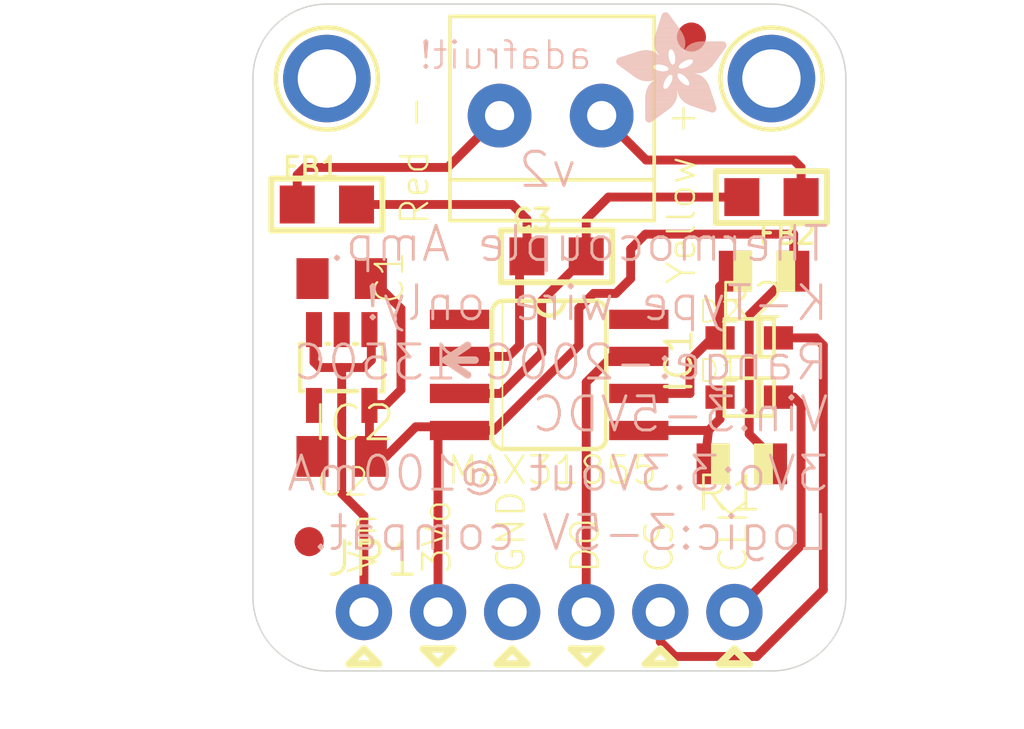
<source format=kicad_pcb>
(kicad_pcb (version 20221018) (generator pcbnew)
  (layers (0 "F.Cu" signal) (1 "In1.Cu" signal) (2 "In2.Cu" signal) (3 "In3.Cu" signal) (4 "In4.Cu" signal) (5 "In5.Cu" signal) (6 "In6.Cu" signal) (7 "In7.Cu" signal) (8 "In8.Cu" signal) (9 "In9.Cu" signal) (10 "In10.Cu" signal) (11 "In11.Cu" signal) (12 "In12.Cu" signal) (13 "In13.Cu" signal) (14 "In14.Cu" signal) (31 "B.Cu" signal) (34 "B.Paste" user) (35 "F.Paste" user) (36 "B.SilkS" user "B.Silkscreen") (37 "F.SilkS" user "F.Silkscreen") (38 "B.Mask" user) (39 "F.Mask" user) (44 "Edge.Cuts" user))
  (net 0 "")
  (net 1 "GND")
  (net 2 "DO")
  (net 3 "CS")
  (net 4 "+3V3")
  (net 5 "+5V")
  (net 6 "SCK")
  (net 7 "N$2")
  (net 8 "N$3")
  (net 9 "N$1")
  (net 10 "N$4")
  (net 11 "N$5")
  (net 12 "N$6")
  (footprint "Adafruit_MAX31855 v2:C0805K" (layer "F.Cu") (at 141.3814 109.0803 180)
    (fp_text reference "C2" (at -1 -0.875) (layer "F.SilkS") (effects (font (size 0.941222 0.941222) (thickness 0.074778)) (justify right)))
    (fp_text value "10uF")
    (pad "1" smd rect (at -1 0 180) (size 1.1 1.4) (layers "F.Cu" "F.Paste" "F.Mask") (net 4 "+3V3"))
    (pad "2" smd rect (at 1 0 180) (size 1.1 1.4) (layers "F.Cu" "F.Paste" "F.Mask") (net 1 "GND"))
  )
  (footprint "Adafruit_MAX31855 v2:_0805" (layer "F.Cu") (at 140.8734 100.4443)
    (fp_text reference "FB1" (at -1.5875 -1.27) (layer "F.SilkS") (effects (font (size 0.692831 0.692831) (thickness 0.119969)) (justify left)))
    (fp_text value "Ferrite")
    (pad "1" smd rect (at -1.016 0) (size 1.2 1.3) (layers "F.Cu" "F.Paste" "F.Mask") (net 9 "N$1"))
    (pad "2" smd rect (at 1.016 0) (size 1.2 1.3) (layers "F.Cu" "F.Paste" "F.Mask") (net 10 "N$4"))
  )
  (footprint "Adafruit_MAX31855 v2:1X2-3.5MM" (layer "F.Cu") (at 148.4934 97.3963)
    (fp_text reference "J1" hide)
    (fp_text value "1X2-3.5MM" hide)
    (pad "1" thru_hole circle (at 1.8 0) (size 2.1844 2.1844) (drill 1) (layers "*.Cu" "*.Mask") (net 11 "N$5"))
    (pad "2" thru_hole circle (at -1.7 0) (size 2.1844 2.1844) (drill 1) (layers "*.Cu" "*.Mask") (net 9 "N$1"))
  )
  (footprint "Adafruit_MAX31855 v2:SOD-323F" (layer "F.Cu") (at 155.3514 107.0483)
    (fp_text reference "D1" (at -1.8 -0.9) (layer "F.SilkS") (effects (font (size 0.752978 0.752978) (thickness 0.059822)) (justify left)))
    (fp_text value "1n4148")
    (pad "A" smd rect (at -1 0) (size 1 0.8) (layers "F.Cu" "F.Paste" "F.Mask") (net 6 "SCK"))
    (pad "C" smd rect (at 1 0) (size 1 0.8) (layers "F.Cu" "F.Paste" "F.Mask") (net 8 "N$3"))
  )
  (footprint "Adafruit_MAX31855 v2:_0805" (layer "F.Cu") (at 148.7474 102.2223)
    (fp_text reference "C3" (at -1.5875 -1.27) (layer "F.SilkS") (effects (font (size 0.692831 0.692831) (thickness 0.119969)) (justify left)))
    (fp_text value "0.01µF")
    (pad "1" smd rect (at -1.016 0) (size 1.2 1.3) (layers "F.Cu" "F.Paste" "F.Mask") (net 10 "N$4"))
    (pad "2" smd rect (at 1.016 0) (size 1.2 1.3) (layers "F.Cu" "F.Paste" "F.Mask") (net 12 "N$6"))
  )
  (footprint "Adafruit_MAX31855 v2:FIDUCIAL_1MM" (layer "F.Cu") (at 153.3702 94.7039)
    (fp_text reference "U$1" hide)
    (fp_text value "FIDUCIAL" hide)
    (pad "1" smd roundrect (at 0 0) (size 1 1) (layers "F.Cu") (roundrect_rratio 0.5))
  )
  (footprint "Adafruit_MAX31855 v2:R0805" (layer "F.Cu") (at 155.8594 102.7303 180)
    (fp_text reference "R2" (at -0.762 -1.016) (layer "F.SilkS") (effects (font (size 1.176528 1.176528) (thickness 0.093472)) (justify right)))
    (fp_text value "10K")
    (pad "1" smd rect (at -1 0 180) (size 1.1 1.4) (layers "F.Cu" "F.Paste" "F.Mask") (net 4 "+3V3"))
    (pad "2" smd rect (at 1 0 180) (size 1.1 1.4) (layers "F.Cu" "F.Paste" "F.Mask") (net 3 "CS"))
  )
  (footprint "Adafruit_MAX31855 v2:1X06_ROUND_76" (layer "F.Cu") (at 148.4934 114.4143)
    (fp_text reference "JP1" (at -7.6962 -1.8288) (layer "F.SilkS") (effects (font (size 1.1557 1.1557) (thickness 0.1143)) (justify left)))
    (fp_text value "Breakout")
    (pad "1" thru_hole circle (at -6.35 0 90) (size 1.9304 1.9304) (drill 1) (layers "*.Cu" "*.Mask") (net 5 "+5V"))
    (pad "2" thru_hole circle (at -3.81 0 90) (size 1.9304 1.9304) (drill 1) (layers "*.Cu" "*.Mask") (net 4 "+3V3"))
    (pad "3" thru_hole circle (at -1.27 0 90) (size 1.9304 1.9304) (drill 1) (layers "*.Cu" "*.Mask") (net 1 "GND"))
    (pad "4" thru_hole circle (at 1.27 0 90) (size 1.9304 1.9304) (drill 1) (layers "*.Cu" "*.Mask") (net 2 "DO"))
    (pad "5" thru_hole circle (at 3.81 0 90) (size 1.9304 1.9304) (drill 1) (layers "*.Cu" "*.Mask") (net 7 "N$2"))
    (pad "6" thru_hole circle (at 6.35 0 90) (size 1.9304 1.9304) (drill 1) (layers "*.Cu" "*.Mask") (net 8 "N$3"))
  )
  (footprint "Adafruit_MAX31855 v2:SOD-323F" (layer "F.Cu") (at 155.3514 105.0163)
    (fp_text reference "D2" (at -1.8 -0.9) (layer "F.SilkS") (effects (font (size 0.752978 0.752978) (thickness 0.059822)) (justify left)))
    (fp_text value "1N4148")
    (pad "A" smd rect (at -1 0) (size 1 0.8) (layers "F.Cu" "F.Paste" "F.Mask") (net 3 "CS"))
    (pad "C" smd rect (at 1 0) (size 1 0.8) (layers "F.Cu" "F.Paste" "F.Mask") (net 7 "N$2"))
  )
  (footprint "Adafruit_MAX31855 v2:C0805K" (layer "F.Cu") (at 141.3814 102.9843 180)
    (fp_text reference "C1" (at -1.637 1 90) (layer "F.SilkS") (effects (font (size 0.941222 0.941222) (thickness 0.074778)) (justify right)))
    (fp_text value "10uF")
    (pad "1" smd rect (at -1 0 180) (size 1.1 1.4) (layers "F.Cu" "F.Paste" "F.Mask") (net 4 "+3V3"))
    (pad "2" smd rect (at 1 0 180) (size 1.1 1.4) (layers "F.Cu" "F.Paste" "F.Mask") (net 1 "GND"))
  )
  (footprint "Adafruit_MAX31855 v2:R0805" (layer "F.Cu") (at 155.0974 109.3343 180)
    (fp_text reference "R1" (at -0.762 -1.016) (layer "F.SilkS") (effects (font (size 1.176528 1.176528) (thickness 0.093472)) (justify right)))
    (fp_text value "10K")
    (pad "1" smd rect (at -1 0 180) (size 1.1 1.4) (layers "F.Cu" "F.Paste" "F.Mask") (net 4 "+3V3"))
    (pad "2" smd rect (at 1 0 180) (size 1.1 1.4) (layers "F.Cu" "F.Paste" "F.Mask") (net 6 "SCK"))
  )
  (footprint "Adafruit_MAX31855 v2:SOT23-5L" (layer "F.Cu") (at 141.3814 106.0323 180)
    (fp_text reference "IC2" (at -1.905 -1.905) (layer "F.SilkS") (effects (font (size 1.176528 1.176528) (thickness 0.093472)) (justify right)))
    (fp_text value "LP298XS")
    (pad "1" smd rect (at -0.95 1.3 180) (size 0.55 1.2) (layers "F.Cu" "F.Paste" "F.Mask") (net 5 "+5V"))
    (pad "2" smd rect (at 0 1.3 180) (size 0.55 1.2) (layers "F.Cu" "F.Paste" "F.Mask") (net 1 "GND"))
    (pad "3" smd rect (at 0.95 1.3 180) (size 0.55 1.2) (layers "F.Cu" "F.Paste" "F.Mask") (net 5 "+5V"))
    (pad "4" smd rect (at 0.95 -1.3 180) (size 0.55 1.2) (layers "F.Cu" "F.Paste" "F.Mask"))
    (pad "5" smd rect (at -0.95 -1.3 180) (size 0.55 1.2) (layers "F.Cu" "F.Paste" "F.Mask") (net 4 "+3V3"))
  )
  (footprint "Adafruit_MAX31855 v2:FIDUCIAL_1MM" (layer "F.Cu") (at 140.2638 112.0013)
    (fp_text reference "U$2" hide)
    (fp_text value "FIDUCIAL" hide)
    (pad "1" smd roundrect (at 0 0) (size 1 1) (layers "F.Cu") (roundrect_rratio 0.5))
  )
  (footprint "Adafruit_MAX31855 v2:MOUNTINGHOLE_2.0_PLATED" (layer "F.Cu") (at 156.1134 96.1263)
    (fp_text reference "U$4" hide)
    (fp_text value "MOUNTINGHOLE2.0" hide)
    (pad "P$1" thru_hole circle (at 0 0) (size 3 3) (drill 2) (layers "*.Cu" "*.Mask"))
  )
  (footprint "Adafruit_MAX31855 v2:SO08" (layer "F.Cu") (at 148.4934 106.2863 -90)
    (fp_text reference "IC1" (at -1.651 -4.445 90) (layer "F.SilkS") (effects (font (size 0.9017 0.9017) (thickness 0.1143)) (justify right)))
    (fp_text value "MAX31855")
    (pad "1" smd rect (at -1.905 3.0734 270) (size 0.6604 2.032) (layers "F.Cu" "F.Paste" "F.Mask") (net 1 "GND"))
    (pad "2" smd rect (at -0.635 3.0734 270) (size 0.6604 2.032) (layers "F.Cu" "F.Paste" "F.Mask") (net 10 "N$4"))
    (pad "3" smd rect (at 0.635 3.0734 270) (size 0.6604 2.032) (layers "F.Cu" "F.Paste" "F.Mask") (net 12 "N$6"))
    (pad "4" smd rect (at 1.905 3.0734 270) (size 0.6604 2.032) (layers "F.Cu" "F.Paste" "F.Mask") (net 4 "+3V3"))
    (pad "5" smd rect (at 1.905 -3.0734 270) (size 0.6604 2.032) (layers "F.Cu" "F.Paste" "F.Mask") (net 6 "SCK"))
    (pad "6" smd rect (at 0.635 -3.0734 270) (size 0.6604 2.032) (layers "F.Cu" "F.Paste" "F.Mask") (net 3 "CS"))
    (pad "7" smd rect (at -0.635 -3.0734 270) (size 0.6604 2.032) (layers "F.Cu" "F.Paste" "F.Mask") (net 2 "DO"))
    (pad "8" smd rect (at -1.905 -3.0734 270) (size 0.6604 2.032) (layers "F.Cu" "F.Paste" "F.Mask"))
  )
  (footprint "Adafruit_MAX31855 v2:MOUNTINGHOLE_2.0_PLATED" (layer "F.Cu") (at 140.8734 96.1263)
    (fp_text reference "U$5" hide)
    (fp_text value "MOUNTINGHOLE2.0" hide)
    (pad "P$1" thru_hole circle (at 0 0) (size 3 3) (drill 2) (layers "*.Cu" "*.Mask"))
  )
  (footprint "Adafruit_MAX31855 v2:_0805" (layer "F.Cu") (at 156.1134 100.1903 180)
    (fp_text reference "FB2" (at -1.5875 -1.27) (layer "F.SilkS") (effects (font (size 0.692831 0.692831) (thickness 0.119969)) (justify right)))
    (fp_text value "Ferrite")
    (pad "1" smd rect (at -1.016 0 180) (size 1.2 1.3) (layers "F.Cu" "F.Paste" "F.Mask") (net 11 "N$5"))
    (pad "2" smd rect (at 1.016 0 180) (size 1.2 1.3) (layers "F.Cu" "F.Paste" "F.Mask") (net 12 "N$6"))
  )
  (footprint "Adafruit_MAX31855 v2:ADAFRUIT_3.5MM" (layer "B.Cu") (at 154.5894 97.6503 180)
    (fp_text reference "U$6" hide)
    (fp_text value "" hide)
  )
  (gr_line (start 144.9374 105.7783) (end 145.6994 106.2863) (stroke (width 0.254)) (layer "B.SilkS"))
  (gr_line (start 144.9374 105.7783) (end 145.6994 105.2703) (stroke (width 0.254)) (layer "B.SilkS"))
  (gr_line (start 145.9534 105.7783) (end 144.9374 105.7783) (stroke (width 0.254)) (layer "B.SilkS"))
  (gr_line (start 146.7154 116.1923) (end 147.7314 116.1923) (stroke (width 0.254)) (layer "F.SilkS"))
  (gr_line (start 142.1434 115.6843) (end 141.6354 116.1923) (stroke (width 0.254)) (layer "F.SilkS"))
  (gr_line (start 141.6354 116.1923) (end 142.6514 116.1923) (stroke (width 0.254)) (layer "F.SilkS"))
  (gr_line (start 145.1914 115.6843) (end 144.1754 115.6843) (stroke (width 0.254)) (layer "F.SilkS"))
  (gr_line (start 154.3354 116.1923) (end 155.3514 116.1923) (stroke (width 0.254)) (layer "F.SilkS"))
  (gr_line (start 152.3034 115.6843) (end 151.7954 116.1923) (stroke (width 0.254)) (layer "F.SilkS"))
  (gr_line (start 144.1754 115.6843) (end 144.6834 116.1923) (stroke (width 0.254)) (layer "F.SilkS"))
  (gr_line (start 154.8434 115.6843) (end 154.3354 116.1923) (stroke (width 0.254)) (layer "F.SilkS"))
  (gr_line (start 149.7634 116.1923) (end 150.2714 115.6843) (stroke (width 0.254)) (layer "F.SilkS"))
  (gr_line (start 149.2554 115.6843) (end 149.7634 116.1923) (stroke (width 0.254)) (layer "F.SilkS"))
  (gr_line (start 151.7954 116.1923) (end 152.8114 116.1923) (stroke (width 0.254)) (layer "F.SilkS"))
  (gr_line (start 155.3514 116.1923) (end 154.8434 115.6843) (stroke (width 0.254)) (layer "F.SilkS"))
  (gr_line (start 144.6834 116.1923) (end 145.1914 115.6843) (stroke (width 0.254)) (layer "F.SilkS"))
  (gr_line (start 147.2234 115.6843) (end 146.7154 116.1923) (stroke (width 0.254)) (layer "F.SilkS"))
  (gr_line (start 152.8114 116.1923) (end 152.3034 115.6843) (stroke (width 0.254)) (layer "F.SilkS"))
  (gr_line (start 147.7314 116.1923) (end 147.2234 115.6843) (stroke (width 0.254)) (layer "F.SilkS"))
  (gr_line (start 142.6514 116.1923) (end 142.1434 115.6843) (stroke (width 0.254)) (layer "F.SilkS"))
  (gr_line (start 150.2714 115.6843) (end 149.2554 115.6843) (stroke (width 0.254)) (layer "F.SilkS"))
  (gr_line (start 138.3384 96.1135) (end 138.3384 113.8937) (stroke (width 0.05)) (layer "Edge.Cuts"))
  (gr_arc (start 140.8784 116.4337) (mid 139.082349 115.689751) (end 138.3384 113.8937) (stroke (width 0.05)) (layer "Edge.Cuts"))
  (gr_line (start 156.1238 93.5735) (end 140.8784 93.5735) (stroke (width 0.05)) (layer "Edge.Cuts"))
  (gr_arc (start 158.6638 113.8937) (mid 157.919851 115.689751) (end 156.1238 116.4337) (stroke (width 0.05)) (layer "Edge.Cuts"))
  (gr_arc (start 138.3384 96.1135) (mid 139.082349 94.317449) (end 140.8784 93.5735) (stroke (width 0.05)) (layer "Edge.Cuts"))
  (gr_line (start 140.8784 116.4337) (end 156.1238 116.4337) (stroke (width 0.05)) (layer "Edge.Cuts"))
  (gr_line (start 158.6638 113.8937) (end 158.6638 96.1135) (stroke (width 0.05)) (layer "Edge.Cuts"))
  (gr_arc (start 156.1238 93.5735) (mid 157.919851 94.317449) (end 158.6638 96.1135) (stroke (width 0.05)) (layer "Edge.Cuts"))
  (gr_text "K-Type wire only!" (at 158.1454 104.5083) (layer "B.SilkS") (effects (font (size 1.1684 1.1684) (thickness 0.1016)) (justify left bottom mirror)))
  (gr_text "Logic:3-5V compat." (at 158.1454 112.3823) (layer "B.SilkS") (effects (font (size 1.1684 1.1684) (thickness 0.1016)) (justify left bottom mirror)))
  (gr_text "Range:-200C 1350C" (at 158.1454 106.5403) (layer "B.SilkS") (effects (font (size 1.1684 1.1684) (thickness 0.1016)) (justify left bottom mirror)))
  (gr_text "v2" (at 149.5094 99.9363) (layer "B.SilkS") (effects (font (size 1.1684 1.1684) (thickness 0.1016)) (justify left bottom mirror)))
  (gr_text "Vin:3-5VDC" (at 158.1454 108.3183) (layer "B.SilkS") (effects (font (size 1.1684 1.1684) (thickness 0.1016)) (justify left bottom mirror)))
  (gr_text "adafruit!" (at 150.0174 95.8723) (layer "B.SilkS") (effects (font (size 0.93472 0.93472) (thickness 0.08128)) (justify left bottom mirror)))
  (gr_text "3Vo:3.3Vout @100mA" (at 158.1454 110.3503) (layer "B.SilkS") (effects (font (size 1.1684 1.1684) (thickness 0.1016)) (justify left bottom mirror)))
  (gr_text "Thermocouple Amp." (at 158.1454 102.4763) (layer "B.SilkS") (effects (font (size 1.1684 1.1684) (thickness 0.1016)) (justify left bottom mirror)))
  (gr_text "Red -" (at 144.4294 101.2063 90) (layer "F.SilkS") (effects (font (size 0.93472 0.93472) (thickness 0.08128)) (justify left bottom)))
  (gr_text "Yellow +" (at 153.5734 103.2383 90) (layer "F.SilkS") (effects (font (size 0.93472 0.93472) (thickness 0.08128)) (justify left bottom)))
  (gr_text "CLK" (at 155.3514 113.1443 90) (layer "F.SilkS") (effects (font (size 0.93472 0.93472) (thickness 0.08128)) (justify left bottom)))
  (gr_text "MAX31855" (at 144.9374 110.0963) (layer "F.SilkS") (effects (font (size 0.93472 0.93472) (thickness 0.08128)) (justify left bottom)))
  (gr_text "3Vo" (at 145.1914 113.1443 90) (layer "F.SilkS") (effects (font (size 0.93472 0.93472) (thickness 0.08128)) (justify left bottom)))
  (gr_text "GND" (at 147.7314 113.1443 90) (layer "F.SilkS") (effects (font (size 0.93472 0.93472) (thickness 0.08128)) (justify left bottom)))
  (gr_text "DO" (at 150.2714 113.1443 90) (layer "F.SilkS") (effects (font (size 0.93472 0.93472) (thickness 0.08128)) (justify left bottom)))
  (gr_text "CS" (at 152.8114 113.1443 90) (layer "F.SilkS") (effects (font (size 0.93472 0.93472) (thickness 0.08128)) (justify left bottom)))
  (gr_text "Vin" (at 142.6514 113.1443 90) (layer "F.SilkS") (effects (font (size 0.93472 0.93472) (thickness 0.08128)) (justify left bottom)))
  (segment (start 150.7794 105.5243) (end 151.7954 105.5243) (width 0.3048) (layer "F.Cu") (net 2))
  (segment (start 151.6684 105.6513) (end 151.5668 105.6513) (width 0.3048) (layer "F.Cu") (net 2))
  (segment (start 151.7954 105.5243) (end 151.6684 105.6513) (width 0.3048) (layer "F.Cu") (net 2))
  (segment (start 149.7634 114.4143) (end 149.7634 106.5403) (width 0.3048) (layer "F.Cu") (net 2))
  (segment (start 149.7634 106.5403) (end 150.7794 105.5243) (width 0.3048) (layer "F.Cu") (net 2))
  (segment (start 154.3354 103.2543) (end 154.8594 102.7303) (width 0.3048) (layer "F.Cu") (net 3))
  (segment (start 154.3514 105.0163) (end 154.3354 105.0003) (width 0.3048) (layer "F.Cu") (net 3))
  (segment (start 151.5668 106.9213) (end 153.3194 106.9213) (width 0.3048) (layer "F.Cu") (net 3))
  (segment (start 153.3194 105.7783) (end 154.0814 105.0163) (width 0.3048) (layer "F.Cu") (net 3))
  (segment (start 154.0814 105.0163) (end 154.3514 105.0163) (width 0.3048) (layer "F.Cu") (net 3))
  (segment (start 153.3194 106.9213) (end 153.3194 105.7783) (width 0.3048) (layer "F.Cu") (net 3))
  (segment (start 154.3354 105.0003) (end 154.3354 103.2543) (width 0.3048) (layer "F.Cu") (net 3))
  (segment (start 144.6834 114.4143) (end 144.6834 108.0643) (width 0.3048) (layer "F.Cu") (net 4))
  (segment (start 155.3514 108.3183) (end 156.1134 109.0803) (width 0.3048) (layer "F.Cu") (net 4))
  (segment (start 142.9054 107.3023) (end 143.4134 106.7943) (width 0.3048) (layer "F.Cu") (net 4))
  (segment (start 156.8754 101.4603) (end 156.8754 102.7143) (width 0.3048) (layer "F.Cu") (net 4))
  (segment (start 142.3614 107.3023) (end 142.9054 107.3023) (width 0.3048) (layer "F.Cu") (net 4))
  (segment (start 149.5094 104.0003) (end 150.0174 103.4923) (width 0.3048) (layer "F.Cu") (net 4))
  (segment (start 145.42 108.0643) (end 145.42 108.1913) (width 0.3048) (layer "F.Cu") (net 4))
  (segment (start 151.2874 101.9683) (end 151.7954 101.4603) (width 0.3048) (layer "F.Cu") (net 4))
  (segment (start 145.42 108.0643) (end 145.4454 108.0643) (width 0.3048) (layer "F.Cu") (net 4))
  (segment (start 144.6834 108.0643) (end 143.9214 108.0643) (width 0.3048) (layer "F.Cu") (net 4))
  (segment (start 145.42 108.1913) (end 146.5884 108.1913) (width 0.3048) (layer "F.Cu") (net 4))
  (segment (start 142.3974 108.8263) (end 142.3314 108.7603) (width 0.3048) (layer "F.Cu") (net 4))
  (segment (start 144.6834 108.0643) (end 145.42 108.0643) (width 0.3048) (layer "F.Cu") (net 4))
  (segment (start 155.3514 104.2383) (end 155.3514 108.3183) (width 0.3048) (layer "F.Cu") (net 4))
  (segment (start 150.7794 103.4923) (end 151.2874 102.9843) (width 0.3048) (layer "F.Cu") (net 4))
  (segment (start 156.1134 109.0803) (end 156.0974 109.3343) (width 0.3048) (layer "F.Cu") (net 4))
  (segment (start 142.3314 108.7603) (end 142.3314 107.3323) (width 0.3048) (layer "F.Cu") (net 4))
  (segment (start 142.3814 109.0803) (end 142.3814 108.8423) (width 0.3048) (layer "F.Cu") (net 4))
  (segment (start 142.3814 109.0803) (end 142.1434 109.0803) (width 0.3048) (layer "F.Cu") (net 4))
  (segment (start 151.7954 101.4603) (end 156.8754 101.4603) (width 0.3048) (layer "F.Cu") (net 4))
  (segment (start 151.2874 102.9843) (end 151.2874 101.9683) (width 0.3048) (layer "F.Cu") (net 4))
  (segment (start 142.9054 109.0803) (end 142.3814 109.0803) (width 0.3048) (layer "F.Cu") (net 4))
  (segment (start 142.3814 108.8423) (end 142.3974 108.8263) (width 0.3048) (layer "F.Cu") (net 4))
  (segment (start 142.3314 107.3323) (end 142.3614 107.3023) (width 0.3048) (layer "F.Cu") (net 4))
  (segment (start 156.8594 102.7303) (end 155.3514 104.2383) (width 0.3048) (layer "F.Cu") (net 4))
  (segment (start 146.5884 108.1913) (end 149.5094 105.2703) (width 0.3048) (layer "F.Cu") (net 4))
  (segment (start 150.0174 103.4923) (end 150.7794 103.4923) (width 0.3048) (layer "F.Cu") (net 4))
  (segment (start 143.4134 104.0163) (end 142.3814 102.9843) (width 0.3048) (layer "F.Cu") (net 4))
  (segment (start 149.5094 105.2703) (end 149.5094 104.0003) (width 0.3048) (layer "F.Cu") (net 4))
  (segment (start 143.4134 106.7943) (end 143.4134 104.0163) (width 0.3048) (layer "F.Cu") (net 4))
  (segment (start 156.8754 102.7143) (end 156.8594 102.7303) (width 0.3048) (layer "F.Cu") (net 4))
  (segment (start 143.9214 108.0643) (end 142.9054 109.0803) (width 0.3048) (layer "F.Cu") (net 4))
  (segment (start 141.3814 106.0323) (end 142.1434 106.0323) (width 0.3048) (layer "F.Cu") (net 5))
  (segment (start 140.4314 105.8443) (end 140.4314 104.7323) (width 0.3048) (layer "F.Cu") (net 5))
  (segment (start 142.3974 105.0163) (end 142.3614 104.7623) (width 0.3048) (layer "F.Cu") (net 5))
  (segment (start 142.3974 105.7783) (end 142.3974 105.0163) (width 0.3048) (layer "F.Cu") (net 5))
  (segment (start 142.3614 104.7623) (end 142.3314 104.7323) (width 0.3048) (layer "F.Cu") (net 5))
  (segment (start 140.6194 106.0323) (end 140.4314 105.8443) (width 0.3048) (layer "F.Cu") (net 5))
  (segment (start 142.1434 114.4143) (end 142.1434 111.1123) (width 0.3048) (layer "F.Cu") (net 5))
  (segment (start 141.3814 110.3503) (end 141.3814 106.0323) (width 0.3048) (layer "F.Cu") (net 5))
  (segment (start 142.1434 111.1123) (end 141.3814 110.3503) (width 0.3048) (layer "F.Cu") (net 5))
  (segment (start 142.1434 106.0323) (end 142.3974 105.7783) (width 0.3048) (layer "F.Cu") (net 5))
  (segment (start 141.3814 106.0323) (end 140.6194 106.0323) (width 0.3048) (layer "F.Cu") (net 5))
  (segment (start 153.8274 109.3343) (end 153.9544 108.1913) (width 0.3048) (layer "F.Cu") (net 6))
  (segment (start 153.9544 108.1913) (end 154.3514 107.7943) (width 0.3048) (layer "F.Cu") (net 6))
  (segment (start 154.0974 109.3343) (end 153.8274 109.3343) (width 0.3048) (layer "F.Cu") (net 6))
  (segment (start 153.9544 108.1913) (end 151.5668 108.1913) (width 0.3048) (layer "F.Cu") (net 6))
  (segment (start 154.3514 107.7943) (end 154.3514 107.0483) (width 0.3048) (layer "F.Cu") (net 6))
  (segment (start 152.8114 115.9383) (end 155.6054 115.9383) (width 0.3048) (layer "F.Cu") (net 7))
  (segment (start 157.6374 105.0163) (end 156.3514 105.0163) (width 0.3048) (layer "F.Cu") (net 7))
  (segment (start 152.3034 115.4303) (end 152.8114 115.9383) (width 0.3048) (layer "F.Cu") (net 7))
  (segment (start 155.6054 115.9383) (end 157.8914 113.6523) (width 0.3048) (layer "F.Cu") (net 7))
  (segment (start 157.8914 105.2703) (end 157.6374 105.0163) (width 0.3048) (layer "F.Cu") (net 7))
  (segment (start 157.8914 113.6523) (end 157.8914 105.2703) (width 0.3048) (layer "F.Cu") (net 7))
  (segment (start 152.3034 114.4143) (end 152.3034 115.4303) (width 0.3048) (layer "F.Cu") (net 7))
  (segment (start 157.1294 107.3023) (end 156.8754 107.0483) (width 0.3048) (layer "F.Cu") (net 8))
  (segment (start 157.1294 112.1283) (end 157.1294 107.3023) (width 0.3048) (layer "F.Cu") (net 8))
  (segment (start 156.8754 107.0483) (end 156.3514 107.0483) (width 0.3048) (layer "F.Cu") (net 8))
  (segment (start 154.8434 114.4143) (end 157.1294 112.1283) (width 0.3048) (layer "F.Cu") (net 8))
  (segment (start 145.0154 99.1743) (end 146.7934 97.3963) (width 0.3048) (layer "F.Cu") (net 9))
  (segment (start 140.1114 99.1743) (end 145.0154 99.1743) (width 0.3048) (layer "F.Cu") (net 9))
  (segment (start 139.8574 99.4283) (end 140.1114 99.1743) (width 0.3048) (layer "F.Cu") (net 9))
  (segment (start 139.8574 100.4443) (end 139.8574 99.4283) (width 0.3048) (layer "F.Cu") (net 9))
  (segment (start 147.0964 105.6513) (end 147.4774 105.2703) (width 0.3048) (layer "F.Cu") (net 10))
  (segment (start 141.8894 100.4443) (end 147.2234 100.4443) (width 0.3048) (layer "F.Cu") (net 10))
  (segment (start 147.4774 102.4763) (end 147.7314 102.2223) (width 0.3048) (layer "F.Cu") (net 10))
  (segment (start 147.7314 100.9523) (end 147.7314 102.2223) (width 0.3048) (layer "F.Cu") (net 10))
  (segment (start 147.2234 100.4443) (end 147.7314 100.9523) (width 0.3048) (layer "F.Cu") (net 10))
  (segment (start 145.42 105.6513) (end 147.0964 105.6513) (width 0.3048) (layer "F.Cu") (net 10))
  (segment (start 147.4774 105.2703) (end 147.4774 102.4763) (width 0.3048) (layer "F.Cu") (net 10))
  (segment (start 157.1294 99.1743) (end 156.8754 98.9203) (width 0.3048) (layer "F.Cu") (net 11))
  (segment (start 151.8174 98.9203) (end 150.2934 97.3963) (width 0.3048) (layer "F.Cu") (net 11))
  (segment (start 157.1294 100.1903) (end 157.1294 99.1743) (width 0.3048) (layer "F.Cu") (net 11))
  (segment (start 156.8754 98.9203) (end 151.8174 98.9203) (width 0.3048) (layer "F.Cu") (net 11))
  (segment (start 148.2394 103.7463) (end 149.7634 102.2223) (width 0.3048) (layer "F.Cu") (net 12))
  (segment (start 155.0974 100.1903) (end 150.5254 100.1903) (width 0.3048) (layer "F.Cu") (net 12))
  (segment (start 148.2394 105.5243) (end 148.2394 103.7463) (width 0.3048) (layer "F.Cu") (net 12))
  (segment (start 150.5254 100.1903) (end 149.7634 100.9523) (width 0.3048) (layer "F.Cu") (net 12))
  (segment (start 145.42 106.9213) (end 146.8424 106.9213) (width 0.3048) (layer "F.Cu") (net 12))
  (segment (start 146.8424 106.9213) (end 148.2394 105.5243) (width 0.3048) (layer "F.Cu") (net 12))
  (segment (start 149.7634 100.9523) (end 149.7634 102.2223) (width 0.3048) (layer "F.Cu") (net 12))
)
</source>
